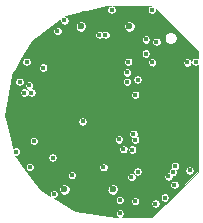
<source format=gbr>
G04 #@! TF.FileFunction,Copper,L3,Inr,Plane*
%FSLAX46Y46*%
G04 Gerber Fmt 4.6, Leading zero omitted, Abs format (unit mm)*
G04 Created by KiCad (PCBNEW 4.0.2+dfsg1-2~bpo8+1-stable) date jue 23 mar 2017 16:55:10 ART*
%MOMM*%
G01*
G04 APERTURE LIST*
%ADD10C,0.100000*%
%ADD11C,0.600000*%
%ADD12C,0.406400*%
%ADD13C,0.203200*%
%ADD14C,0.088900*%
%ADD15C,0.254000*%
%ADD16C,0.101600*%
G04 APERTURE END LIST*
D10*
D11*
X86847840Y-58704220D03*
X82747840Y-58704220D03*
X85450000Y-72500000D03*
X81350000Y-72500000D03*
D12*
X78650000Y-71200000D03*
X86950000Y-57300000D03*
X84650000Y-66999998D03*
X86842118Y-70300000D03*
X80450000Y-65900000D03*
X81750000Y-66900000D03*
X81355686Y-60900000D03*
X86850000Y-59900000D03*
X81250004Y-64200000D03*
X81450000Y-62600000D03*
X78513430Y-61300000D03*
X82570055Y-70398287D03*
X86750000Y-64100000D03*
X87150000Y-65900000D03*
X86750000Y-66200000D03*
X85450000Y-70500000D03*
X80950000Y-69807884D03*
X89686560Y-61500000D03*
X83050000Y-57600000D03*
X81950004Y-73300000D03*
X92350000Y-70527126D03*
X92050000Y-61300000D03*
X77050000Y-66600000D03*
X77213430Y-65880144D03*
X84948782Y-73300000D03*
X86350000Y-69100000D03*
X86650000Y-63400000D03*
X80350000Y-69807884D03*
X77250000Y-69300000D03*
X81349996Y-58200000D03*
X88771510Y-61743021D03*
X78150000Y-61700000D03*
X87192102Y-67800000D03*
X87350000Y-64500002D03*
X88750000Y-57300000D03*
X90713430Y-70527116D03*
X90667338Y-72112143D03*
X91950000Y-70900000D03*
X78550000Y-64300000D03*
X77949996Y-64300000D03*
X84649507Y-70624511D03*
X92450000Y-61700000D03*
X86650000Y-62599994D03*
X80750006Y-59100000D03*
X85350000Y-57300004D03*
X87087991Y-69137991D03*
X89132782Y-60007808D03*
X87550000Y-70999994D03*
X88250000Y-59800000D03*
X88239958Y-61000000D03*
X89850000Y-73200000D03*
X91750000Y-61752898D03*
X81982757Y-71306835D03*
X89050000Y-73700000D03*
X84814596Y-59423270D03*
X90150000Y-71400000D03*
X84314595Y-59423270D03*
X90528492Y-71043022D03*
X86750000Y-61700000D03*
X87550000Y-63200000D03*
X79550000Y-62200000D03*
X86050000Y-74536570D03*
X86050000Y-73400000D03*
X82893453Y-66743453D03*
X78750000Y-68400000D03*
X85963722Y-68263430D03*
X87350000Y-73499992D03*
X77549994Y-63400000D03*
X87023121Y-71457791D03*
X78359022Y-63696107D03*
X78430061Y-70604080D03*
X87350000Y-68300000D03*
X80450000Y-72900000D03*
D13*
X85905556Y-69363440D02*
X86638919Y-70096801D01*
X85756429Y-69363440D02*
X85905556Y-69363440D01*
X86638919Y-70096801D02*
X86842118Y-70300000D01*
D14*
X80750000Y-65900000D02*
X80450000Y-65900000D01*
X81750000Y-66900000D02*
X80750000Y-65900000D01*
D13*
X81450000Y-60994314D02*
X81355686Y-60900000D01*
X81450000Y-62600000D02*
X81450000Y-60994314D01*
D14*
X85850000Y-60900000D02*
X81643054Y-60900000D01*
X81643054Y-60900000D02*
X81355686Y-60900000D01*
X86850000Y-59900000D02*
X85850000Y-60900000D01*
D15*
X87994853Y-63896801D02*
X86953199Y-63896801D01*
X89978737Y-61912917D02*
X87994853Y-63896801D01*
X86953199Y-63896801D02*
X86750000Y-64100000D01*
D16*
G36*
X85148832Y-56998365D02*
X85048712Y-57098310D01*
X84994461Y-57228960D01*
X84994338Y-57370427D01*
X85048361Y-57501172D01*
X85148306Y-57601292D01*
X85278956Y-57655543D01*
X85420423Y-57655666D01*
X85551168Y-57601643D01*
X85651288Y-57501698D01*
X85705539Y-57371048D01*
X85705662Y-57229581D01*
X85651639Y-57098836D01*
X85551694Y-56998716D01*
X85440153Y-56952400D01*
X88660066Y-56952400D01*
X88548832Y-56998361D01*
X88448712Y-57098306D01*
X88394461Y-57228956D01*
X88394338Y-57370423D01*
X88448361Y-57501168D01*
X88548306Y-57601288D01*
X88678956Y-57655539D01*
X88820423Y-57655662D01*
X88951168Y-57601639D01*
X89051288Y-57501694D01*
X89105539Y-57371044D01*
X89105633Y-57262581D01*
X92647600Y-60804548D01*
X92647600Y-61397012D01*
X92521044Y-61344461D01*
X92379577Y-61344338D01*
X92248832Y-61398361D01*
X92148712Y-61498306D01*
X92094461Y-61628956D01*
X92094438Y-61655311D01*
X92051639Y-61551730D01*
X91951694Y-61451610D01*
X91821044Y-61397359D01*
X91679577Y-61397236D01*
X91548832Y-61451259D01*
X91448712Y-61551204D01*
X91394461Y-61681854D01*
X91394338Y-61823321D01*
X91448361Y-61954066D01*
X91548306Y-62054186D01*
X91678956Y-62108437D01*
X91820423Y-62108560D01*
X91951168Y-62054537D01*
X92051288Y-61954592D01*
X92105539Y-61823942D01*
X92105562Y-61797587D01*
X92148361Y-61901168D01*
X92248306Y-62001288D01*
X92378956Y-62055539D01*
X92520423Y-62055662D01*
X92647600Y-62003113D01*
X92647600Y-70995452D01*
X88795452Y-74847600D01*
X86228440Y-74847600D01*
X86251168Y-74838209D01*
X86351288Y-74738264D01*
X86405539Y-74607614D01*
X86405662Y-74466147D01*
X86351639Y-74335402D01*
X86251694Y-74235282D01*
X86121044Y-74181031D01*
X85979577Y-74180908D01*
X85848832Y-74234931D01*
X85748712Y-74334876D01*
X85694461Y-74465526D01*
X85694338Y-74606993D01*
X85748361Y-74737738D01*
X85848306Y-74837858D01*
X85871767Y-74847600D01*
X85719337Y-74847600D01*
X82236926Y-74310957D01*
X80852339Y-73470423D01*
X85694338Y-73470423D01*
X85748361Y-73601168D01*
X85848306Y-73701288D01*
X85978956Y-73755539D01*
X86120423Y-73755662D01*
X86251168Y-73701639D01*
X86351288Y-73601694D01*
X86364276Y-73570415D01*
X86994338Y-73570415D01*
X87048361Y-73701160D01*
X87148306Y-73801280D01*
X87278956Y-73855531D01*
X87420423Y-73855654D01*
X87551168Y-73801631D01*
X87582430Y-73770423D01*
X88694338Y-73770423D01*
X88748361Y-73901168D01*
X88848306Y-74001288D01*
X88978956Y-74055539D01*
X89120423Y-74055662D01*
X89251168Y-74001639D01*
X89351288Y-73901694D01*
X89405539Y-73771044D01*
X89405662Y-73629577D01*
X89351639Y-73498832D01*
X89251694Y-73398712D01*
X89121044Y-73344461D01*
X88979577Y-73344338D01*
X88848832Y-73398361D01*
X88748712Y-73498306D01*
X88694461Y-73628956D01*
X88694338Y-73770423D01*
X87582430Y-73770423D01*
X87651288Y-73701686D01*
X87705539Y-73571036D01*
X87705662Y-73429569D01*
X87651639Y-73298824D01*
X87623288Y-73270423D01*
X89494338Y-73270423D01*
X89548361Y-73401168D01*
X89648306Y-73501288D01*
X89778956Y-73555539D01*
X89920423Y-73555662D01*
X90051168Y-73501639D01*
X90151288Y-73401694D01*
X90205539Y-73271044D01*
X90205662Y-73129577D01*
X90151639Y-72998832D01*
X90051694Y-72898712D01*
X89921044Y-72844461D01*
X89779577Y-72844338D01*
X89648832Y-72898361D01*
X89548712Y-72998306D01*
X89494461Y-73128956D01*
X89494338Y-73270423D01*
X87623288Y-73270423D01*
X87551694Y-73198704D01*
X87421044Y-73144453D01*
X87279577Y-73144330D01*
X87148832Y-73198353D01*
X87048712Y-73298298D01*
X86994461Y-73428948D01*
X86994338Y-73570415D01*
X86364276Y-73570415D01*
X86405539Y-73471044D01*
X86405662Y-73329577D01*
X86351639Y-73198832D01*
X86251694Y-73098712D01*
X86121044Y-73044461D01*
X85979577Y-73044338D01*
X85848832Y-73098361D01*
X85748712Y-73198306D01*
X85694461Y-73328956D01*
X85694338Y-73470423D01*
X80852339Y-73470423D01*
X80498538Y-73255643D01*
X80520423Y-73255662D01*
X80651168Y-73201639D01*
X80751288Y-73101694D01*
X80805539Y-72971044D01*
X80805662Y-72829577D01*
X80751639Y-72698832D01*
X80651694Y-72598712D01*
X80629734Y-72589593D01*
X80897522Y-72589593D01*
X80966250Y-72755929D01*
X81093401Y-72883302D01*
X81259617Y-72952321D01*
X81439593Y-72952478D01*
X81605929Y-72883750D01*
X81733302Y-72756599D01*
X81802321Y-72590383D01*
X81802321Y-72589593D01*
X84997522Y-72589593D01*
X85066250Y-72755929D01*
X85193401Y-72883302D01*
X85359617Y-72952321D01*
X85539593Y-72952478D01*
X85705929Y-72883750D01*
X85833302Y-72756599D01*
X85902321Y-72590383D01*
X85902478Y-72410407D01*
X85833750Y-72244071D01*
X85772353Y-72182566D01*
X90311676Y-72182566D01*
X90365699Y-72313311D01*
X90465644Y-72413431D01*
X90596294Y-72467682D01*
X90737761Y-72467805D01*
X90868506Y-72413782D01*
X90968626Y-72313837D01*
X91022877Y-72183187D01*
X91023000Y-72041720D01*
X90968977Y-71910975D01*
X90869032Y-71810855D01*
X90738382Y-71756604D01*
X90596915Y-71756481D01*
X90466170Y-71810504D01*
X90366050Y-71910449D01*
X90311799Y-72041099D01*
X90311676Y-72182566D01*
X85772353Y-72182566D01*
X85706599Y-72116698D01*
X85540383Y-72047679D01*
X85360407Y-72047522D01*
X85194071Y-72116250D01*
X85066698Y-72243401D01*
X84997679Y-72409617D01*
X84997522Y-72589593D01*
X81802321Y-72589593D01*
X81802478Y-72410407D01*
X81733750Y-72244071D01*
X81606599Y-72116698D01*
X81440383Y-72047679D01*
X81260407Y-72047522D01*
X81094071Y-72116250D01*
X80966698Y-72243401D01*
X80897679Y-72409617D01*
X80897522Y-72589593D01*
X80629734Y-72589593D01*
X80521044Y-72544461D01*
X80379577Y-72544338D01*
X80248832Y-72598361D01*
X80148712Y-72698306D01*
X80094461Y-72828956D01*
X80094338Y-72970423D01*
X80116314Y-73023608D01*
X79251354Y-72498522D01*
X78429524Y-71377258D01*
X81627095Y-71377258D01*
X81681118Y-71508003D01*
X81781063Y-71608123D01*
X81911713Y-71662374D01*
X82053180Y-71662497D01*
X82183925Y-71608474D01*
X82264325Y-71528214D01*
X86667459Y-71528214D01*
X86721482Y-71658959D01*
X86821427Y-71759079D01*
X86952077Y-71813330D01*
X87093544Y-71813453D01*
X87224289Y-71759430D01*
X87324409Y-71659485D01*
X87378660Y-71528835D01*
X87378710Y-71470423D01*
X89794338Y-71470423D01*
X89848361Y-71601168D01*
X89948306Y-71701288D01*
X90078956Y-71755539D01*
X90220423Y-71755662D01*
X90351168Y-71701639D01*
X90451288Y-71601694D01*
X90505539Y-71471044D01*
X90505602Y-71398603D01*
X90598915Y-71398684D01*
X90729660Y-71344661D01*
X90829780Y-71244716D01*
X90884031Y-71114066D01*
X90884154Y-70972599D01*
X90883255Y-70970423D01*
X91594338Y-70970423D01*
X91648361Y-71101168D01*
X91748306Y-71201288D01*
X91878956Y-71255539D01*
X92020423Y-71255662D01*
X92151168Y-71201639D01*
X92251288Y-71101694D01*
X92305539Y-70971044D01*
X92305662Y-70829577D01*
X92251639Y-70698832D01*
X92151694Y-70598712D01*
X92021044Y-70544461D01*
X91879577Y-70544338D01*
X91748832Y-70598361D01*
X91648712Y-70698306D01*
X91594461Y-70828956D01*
X91594338Y-70970423D01*
X90883255Y-70970423D01*
X90837826Y-70860477D01*
X90914598Y-70828755D01*
X91014718Y-70728810D01*
X91068969Y-70598160D01*
X91069092Y-70456693D01*
X91015069Y-70325948D01*
X90915124Y-70225828D01*
X90784474Y-70171577D01*
X90643007Y-70171454D01*
X90512262Y-70225477D01*
X90412142Y-70325422D01*
X90357891Y-70456072D01*
X90357768Y-70597539D01*
X90404096Y-70709661D01*
X90327324Y-70741383D01*
X90227204Y-70841328D01*
X90172953Y-70971978D01*
X90172890Y-71044419D01*
X90079577Y-71044338D01*
X89948832Y-71098361D01*
X89848712Y-71198306D01*
X89794461Y-71328956D01*
X89794338Y-71470423D01*
X87378710Y-71470423D01*
X87378783Y-71387368D01*
X87339616Y-71292577D01*
X87348306Y-71301282D01*
X87478956Y-71355533D01*
X87620423Y-71355656D01*
X87751168Y-71301633D01*
X87851288Y-71201688D01*
X87905539Y-71071038D01*
X87905662Y-70929571D01*
X87851639Y-70798826D01*
X87751694Y-70698706D01*
X87621044Y-70644455D01*
X87479577Y-70644332D01*
X87348832Y-70698355D01*
X87248712Y-70798300D01*
X87194461Y-70928950D01*
X87194338Y-71070417D01*
X87233505Y-71165208D01*
X87224815Y-71156503D01*
X87094165Y-71102252D01*
X86952698Y-71102129D01*
X86821953Y-71156152D01*
X86721833Y-71256097D01*
X86667582Y-71386747D01*
X86667459Y-71528214D01*
X82264325Y-71528214D01*
X82284045Y-71508529D01*
X82338296Y-71377879D01*
X82338419Y-71236412D01*
X82284396Y-71105667D01*
X82184451Y-71005547D01*
X82053801Y-70951296D01*
X81912334Y-70951173D01*
X81781589Y-71005196D01*
X81681469Y-71105141D01*
X81627218Y-71235791D01*
X81627095Y-71377258D01*
X78429524Y-71377258D01*
X77914440Y-70674503D01*
X78074399Y-70674503D01*
X78128422Y-70805248D01*
X78228367Y-70905368D01*
X78359017Y-70959619D01*
X78500484Y-70959742D01*
X78631229Y-70905719D01*
X78731349Y-70805774D01*
X78777374Y-70694934D01*
X84293845Y-70694934D01*
X84347868Y-70825679D01*
X84447813Y-70925799D01*
X84578463Y-70980050D01*
X84719930Y-70980173D01*
X84850675Y-70926150D01*
X84950795Y-70826205D01*
X85005046Y-70695555D01*
X85005169Y-70554088D01*
X84951146Y-70423343D01*
X84851201Y-70323223D01*
X84720551Y-70268972D01*
X84579084Y-70268849D01*
X84448339Y-70322872D01*
X84348219Y-70422817D01*
X84293968Y-70553467D01*
X84293845Y-70694934D01*
X78777374Y-70694934D01*
X78785600Y-70675124D01*
X78785723Y-70533657D01*
X78731700Y-70402912D01*
X78631755Y-70302792D01*
X78501105Y-70248541D01*
X78359638Y-70248418D01*
X78228893Y-70302441D01*
X78128773Y-70402386D01*
X78074522Y-70533036D01*
X78074399Y-70674503D01*
X77914440Y-70674503D01*
X77330869Y-69878307D01*
X79994338Y-69878307D01*
X80048361Y-70009052D01*
X80148306Y-70109172D01*
X80278956Y-70163423D01*
X80420423Y-70163546D01*
X80551168Y-70109523D01*
X80651288Y-70009578D01*
X80705539Y-69878928D01*
X80705662Y-69737461D01*
X80651639Y-69606716D01*
X80551694Y-69506596D01*
X80421044Y-69452345D01*
X80279577Y-69452222D01*
X80148832Y-69506245D01*
X80048712Y-69606190D01*
X79994461Y-69736840D01*
X79994338Y-69878307D01*
X77330869Y-69878307D01*
X77186636Y-69681524D01*
X77180283Y-69655540D01*
X77320423Y-69655662D01*
X77451168Y-69601639D01*
X77551288Y-69501694D01*
X77605539Y-69371044D01*
X77605662Y-69229577D01*
X77581220Y-69170423D01*
X85994338Y-69170423D01*
X86048361Y-69301168D01*
X86148306Y-69401288D01*
X86278956Y-69455539D01*
X86420423Y-69455662D01*
X86551168Y-69401639D01*
X86651288Y-69301694D01*
X86690021Y-69208414D01*
X86732329Y-69208414D01*
X86786352Y-69339159D01*
X86886297Y-69439279D01*
X87016947Y-69493530D01*
X87158414Y-69493653D01*
X87289159Y-69439630D01*
X87389279Y-69339685D01*
X87443530Y-69209035D01*
X87443653Y-69067568D01*
X87389630Y-68936823D01*
X87289685Y-68836703D01*
X87159035Y-68782452D01*
X87017568Y-68782329D01*
X86886823Y-68836352D01*
X86786703Y-68936297D01*
X86732452Y-69066947D01*
X86732329Y-69208414D01*
X86690021Y-69208414D01*
X86705539Y-69171044D01*
X86705662Y-69029577D01*
X86651639Y-68898832D01*
X86551694Y-68798712D01*
X86421044Y-68744461D01*
X86279577Y-68744338D01*
X86148832Y-68798361D01*
X86048712Y-68898306D01*
X85994461Y-69028956D01*
X85994338Y-69170423D01*
X77581220Y-69170423D01*
X77551639Y-69098832D01*
X77451694Y-68998712D01*
X77321044Y-68944461D01*
X77179577Y-68944338D01*
X77048832Y-68998361D01*
X77025334Y-69021818D01*
X76890516Y-68470423D01*
X78394338Y-68470423D01*
X78448361Y-68601168D01*
X78548306Y-68701288D01*
X78678956Y-68755539D01*
X78820423Y-68755662D01*
X78951168Y-68701639D01*
X79051288Y-68601694D01*
X79105539Y-68471044D01*
X79105658Y-68333853D01*
X85608060Y-68333853D01*
X85662083Y-68464598D01*
X85762028Y-68564718D01*
X85892678Y-68618969D01*
X86034145Y-68619092D01*
X86164890Y-68565069D01*
X86265010Y-68465124D01*
X86319261Y-68334474D01*
X86319384Y-68193007D01*
X86265361Y-68062262D01*
X86165416Y-67962142D01*
X86034766Y-67907891D01*
X85893299Y-67907768D01*
X85762554Y-67961791D01*
X85662434Y-68061736D01*
X85608183Y-68192386D01*
X85608060Y-68333853D01*
X79105658Y-68333853D01*
X79105662Y-68329577D01*
X79051639Y-68198832D01*
X78951694Y-68098712D01*
X78821044Y-68044461D01*
X78679577Y-68044338D01*
X78548832Y-68098361D01*
X78448712Y-68198306D01*
X78394461Y-68328956D01*
X78394338Y-68470423D01*
X76890516Y-68470423D01*
X76743814Y-67870423D01*
X86836440Y-67870423D01*
X86890463Y-68001168D01*
X86990408Y-68101288D01*
X87039081Y-68121499D01*
X86994461Y-68228956D01*
X86994338Y-68370423D01*
X87048361Y-68501168D01*
X87148306Y-68601288D01*
X87278956Y-68655539D01*
X87420423Y-68655662D01*
X87551168Y-68601639D01*
X87651288Y-68501694D01*
X87705539Y-68371044D01*
X87705662Y-68229577D01*
X87651639Y-68098832D01*
X87551694Y-67998712D01*
X87503021Y-67978501D01*
X87547641Y-67871044D01*
X87547764Y-67729577D01*
X87493741Y-67598832D01*
X87393796Y-67498712D01*
X87263146Y-67444461D01*
X87121679Y-67444338D01*
X86990934Y-67498361D01*
X86890814Y-67598306D01*
X86836563Y-67728956D01*
X86836440Y-67870423D01*
X76743814Y-67870423D01*
X76485482Y-66813876D01*
X82537791Y-66813876D01*
X82591814Y-66944621D01*
X82691759Y-67044741D01*
X82822409Y-67098992D01*
X82963876Y-67099115D01*
X83094621Y-67045092D01*
X83194741Y-66945147D01*
X83248992Y-66814497D01*
X83249115Y-66673030D01*
X83195092Y-66542285D01*
X83095147Y-66442165D01*
X82964497Y-66387914D01*
X82823030Y-66387791D01*
X82692285Y-66441814D01*
X82592165Y-66541759D01*
X82537914Y-66672409D01*
X82537791Y-66813876D01*
X76485482Y-66813876D01*
X76357102Y-66288820D01*
X76652729Y-64370423D01*
X77594334Y-64370423D01*
X77648357Y-64501168D01*
X77748302Y-64601288D01*
X77878952Y-64655539D01*
X78020419Y-64655662D01*
X78151164Y-64601639D01*
X78250083Y-64502893D01*
X78348306Y-64601288D01*
X78478956Y-64655539D01*
X78620423Y-64655662D01*
X78751168Y-64601639D01*
X78782436Y-64570425D01*
X86994338Y-64570425D01*
X87048361Y-64701170D01*
X87148306Y-64801290D01*
X87278956Y-64855541D01*
X87420423Y-64855664D01*
X87551168Y-64801641D01*
X87651288Y-64701696D01*
X87705539Y-64571046D01*
X87705662Y-64429579D01*
X87651639Y-64298834D01*
X87551694Y-64198714D01*
X87421044Y-64144463D01*
X87279577Y-64144340D01*
X87148832Y-64198363D01*
X87048712Y-64298308D01*
X86994461Y-64428958D01*
X86994338Y-64570425D01*
X78782436Y-64570425D01*
X78851288Y-64501694D01*
X78905539Y-64371044D01*
X78905662Y-64229577D01*
X78851639Y-64098832D01*
X78751694Y-63998712D01*
X78621044Y-63944461D01*
X78613575Y-63944455D01*
X78660310Y-63897801D01*
X78714561Y-63767151D01*
X78714684Y-63625684D01*
X78660661Y-63494939D01*
X78636188Y-63470423D01*
X86294338Y-63470423D01*
X86348361Y-63601168D01*
X86448306Y-63701288D01*
X86578956Y-63755539D01*
X86720423Y-63755662D01*
X86851168Y-63701639D01*
X86951288Y-63601694D01*
X87005539Y-63471044D01*
X87005662Y-63329577D01*
X86981220Y-63270423D01*
X87194338Y-63270423D01*
X87248361Y-63401168D01*
X87348306Y-63501288D01*
X87478956Y-63555539D01*
X87620423Y-63555662D01*
X87751168Y-63501639D01*
X87851288Y-63401694D01*
X87905539Y-63271044D01*
X87905662Y-63129577D01*
X87851639Y-62998832D01*
X87751694Y-62898712D01*
X87621044Y-62844461D01*
X87479577Y-62844338D01*
X87348832Y-62898361D01*
X87248712Y-62998306D01*
X87194461Y-63128956D01*
X87194338Y-63270423D01*
X86981220Y-63270423D01*
X86951639Y-63198832D01*
X86851694Y-63098712D01*
X86721044Y-63044461D01*
X86579577Y-63044338D01*
X86448832Y-63098361D01*
X86348712Y-63198306D01*
X86294461Y-63328956D01*
X86294338Y-63470423D01*
X78636188Y-63470423D01*
X78560716Y-63394819D01*
X78430066Y-63340568D01*
X78288599Y-63340445D01*
X78157854Y-63394468D01*
X78057734Y-63494413D01*
X78003483Y-63625063D01*
X78003360Y-63766530D01*
X78057383Y-63897275D01*
X78157328Y-63997395D01*
X78287978Y-64051646D01*
X78295447Y-64051652D01*
X78249913Y-64097107D01*
X78151690Y-63998712D01*
X78021040Y-63944461D01*
X77879573Y-63944338D01*
X77748828Y-63998361D01*
X77648708Y-64098306D01*
X77594457Y-64228956D01*
X77594334Y-64370423D01*
X76652729Y-64370423D01*
X76791420Y-63470423D01*
X77194332Y-63470423D01*
X77248355Y-63601168D01*
X77348300Y-63701288D01*
X77478950Y-63755539D01*
X77620417Y-63755662D01*
X77751162Y-63701639D01*
X77851282Y-63601694D01*
X77905533Y-63471044D01*
X77905656Y-63329577D01*
X77851633Y-63198832D01*
X77751688Y-63098712D01*
X77621038Y-63044461D01*
X77479571Y-63044338D01*
X77348826Y-63098361D01*
X77248706Y-63198306D01*
X77194455Y-63328956D01*
X77194332Y-63470423D01*
X76791420Y-63470423D01*
X76889043Y-62836927D01*
X76990125Y-62670417D01*
X86294338Y-62670417D01*
X86348361Y-62801162D01*
X86448306Y-62901282D01*
X86578956Y-62955533D01*
X86720423Y-62955656D01*
X86851168Y-62901633D01*
X86951288Y-62801688D01*
X87005539Y-62671038D01*
X87005662Y-62529571D01*
X86951639Y-62398826D01*
X86851694Y-62298706D01*
X86721044Y-62244455D01*
X86579577Y-62244332D01*
X86448832Y-62298355D01*
X86348712Y-62398300D01*
X86294461Y-62528950D01*
X86294338Y-62670417D01*
X76990125Y-62670417D01*
X77232947Y-62270423D01*
X79194338Y-62270423D01*
X79248361Y-62401168D01*
X79348306Y-62501288D01*
X79478956Y-62555539D01*
X79620423Y-62555662D01*
X79751168Y-62501639D01*
X79851288Y-62401694D01*
X79905539Y-62271044D01*
X79905662Y-62129577D01*
X79851639Y-61998832D01*
X79751694Y-61898712D01*
X79621044Y-61844461D01*
X79479577Y-61844338D01*
X79348832Y-61898361D01*
X79248712Y-61998306D01*
X79194461Y-62128956D01*
X79194338Y-62270423D01*
X77232947Y-62270423D01*
X77536479Y-61770423D01*
X77794338Y-61770423D01*
X77848361Y-61901168D01*
X77948306Y-62001288D01*
X78078956Y-62055539D01*
X78220423Y-62055662D01*
X78351168Y-62001639D01*
X78451288Y-61901694D01*
X78505539Y-61771044D01*
X78505539Y-61770423D01*
X86394338Y-61770423D01*
X86448361Y-61901168D01*
X86548306Y-62001288D01*
X86678956Y-62055539D01*
X86820423Y-62055662D01*
X86951168Y-62001639D01*
X87051288Y-61901694D01*
X87087932Y-61813444D01*
X88415848Y-61813444D01*
X88469871Y-61944189D01*
X88569816Y-62044309D01*
X88700466Y-62098560D01*
X88841933Y-62098683D01*
X88972678Y-62044660D01*
X89072798Y-61944715D01*
X89127049Y-61814065D01*
X89127172Y-61672598D01*
X89073149Y-61541853D01*
X88973204Y-61441733D01*
X88842554Y-61387482D01*
X88701087Y-61387359D01*
X88570342Y-61441382D01*
X88470222Y-61541327D01*
X88415971Y-61671977D01*
X88415848Y-61813444D01*
X87087932Y-61813444D01*
X87105539Y-61771044D01*
X87105662Y-61629577D01*
X87051639Y-61498832D01*
X86951694Y-61398712D01*
X86821044Y-61344461D01*
X86679577Y-61344338D01*
X86548832Y-61398361D01*
X86448712Y-61498306D01*
X86394461Y-61628956D01*
X86394338Y-61770423D01*
X78505539Y-61770423D01*
X78505662Y-61629577D01*
X78451639Y-61498832D01*
X78351694Y-61398712D01*
X78221044Y-61344461D01*
X78079577Y-61344338D01*
X77948832Y-61398361D01*
X77848712Y-61498306D01*
X77794461Y-61628956D01*
X77794338Y-61770423D01*
X77536479Y-61770423D01*
X77961424Y-61070423D01*
X87884296Y-61070423D01*
X87938319Y-61201168D01*
X88038264Y-61301288D01*
X88168914Y-61355539D01*
X88310381Y-61355662D01*
X88441126Y-61301639D01*
X88541246Y-61201694D01*
X88595497Y-61071044D01*
X88595620Y-60929577D01*
X88541597Y-60798832D01*
X88441652Y-60698712D01*
X88311002Y-60644461D01*
X88169535Y-60644338D01*
X88038790Y-60698361D01*
X87938670Y-60798306D01*
X87884419Y-60928956D01*
X87884296Y-61070423D01*
X77961424Y-61070423D01*
X78689901Y-59870423D01*
X87894338Y-59870423D01*
X87948361Y-60001168D01*
X88048306Y-60101288D01*
X88178956Y-60155539D01*
X88320423Y-60155662D01*
X88451168Y-60101639D01*
X88474616Y-60078231D01*
X88777120Y-60078231D01*
X88831143Y-60208976D01*
X88931088Y-60309096D01*
X89061738Y-60363347D01*
X89203205Y-60363470D01*
X89333950Y-60309447D01*
X89434070Y-60209502D01*
X89488321Y-60078852D01*
X89488444Y-59937385D01*
X89434421Y-59806640D01*
X89434310Y-59806528D01*
X89824591Y-59806528D01*
X89904714Y-60000440D01*
X90052944Y-60148929D01*
X90246715Y-60229390D01*
X90456528Y-60229573D01*
X90650440Y-60149450D01*
X90798929Y-60001220D01*
X90879390Y-59807449D01*
X90879573Y-59597636D01*
X90799450Y-59403724D01*
X90651220Y-59255235D01*
X90457449Y-59174774D01*
X90247636Y-59174591D01*
X90053724Y-59254714D01*
X89905235Y-59402944D01*
X89824774Y-59596715D01*
X89824591Y-59806528D01*
X89434310Y-59806528D01*
X89334476Y-59706520D01*
X89203826Y-59652269D01*
X89062359Y-59652146D01*
X88931614Y-59706169D01*
X88831494Y-59806114D01*
X88777243Y-59936764D01*
X88777120Y-60078231D01*
X88474616Y-60078231D01*
X88551288Y-60001694D01*
X88605539Y-59871044D01*
X88605662Y-59729577D01*
X88551639Y-59598832D01*
X88451694Y-59498712D01*
X88321044Y-59444461D01*
X88179577Y-59444338D01*
X88048832Y-59498361D01*
X87948712Y-59598306D01*
X87894461Y-59728956D01*
X87894338Y-59870423D01*
X78689901Y-59870423D01*
X78701478Y-59851354D01*
X79189452Y-59493693D01*
X83958933Y-59493693D01*
X84012956Y-59624438D01*
X84112901Y-59724558D01*
X84243551Y-59778809D01*
X84385018Y-59778932D01*
X84515763Y-59724909D01*
X84564593Y-59676164D01*
X84612902Y-59724558D01*
X84743552Y-59778809D01*
X84885019Y-59778932D01*
X85015764Y-59724909D01*
X85115884Y-59624964D01*
X85170135Y-59494314D01*
X85170258Y-59352847D01*
X85116235Y-59222102D01*
X85016290Y-59121982D01*
X84885640Y-59067731D01*
X84744173Y-59067608D01*
X84613428Y-59121631D01*
X84564598Y-59170376D01*
X84516289Y-59121982D01*
X84385639Y-59067731D01*
X84244172Y-59067608D01*
X84113427Y-59121631D01*
X84013307Y-59221576D01*
X83959056Y-59352226D01*
X83958933Y-59493693D01*
X79189452Y-59493693D01*
X79630506Y-59170423D01*
X80394344Y-59170423D01*
X80448367Y-59301168D01*
X80548312Y-59401288D01*
X80678962Y-59455539D01*
X80820429Y-59455662D01*
X80951174Y-59401639D01*
X81051294Y-59301694D01*
X81105545Y-59171044D01*
X81105668Y-59029577D01*
X81051645Y-58898832D01*
X80951700Y-58798712D01*
X80939902Y-58793813D01*
X82295362Y-58793813D01*
X82364090Y-58960149D01*
X82491241Y-59087522D01*
X82657457Y-59156541D01*
X82837433Y-59156698D01*
X83003769Y-59087970D01*
X83131142Y-58960819D01*
X83200161Y-58794603D01*
X83200161Y-58793813D01*
X86395362Y-58793813D01*
X86464090Y-58960149D01*
X86591241Y-59087522D01*
X86757457Y-59156541D01*
X86937433Y-59156698D01*
X87103769Y-59087970D01*
X87231142Y-58960819D01*
X87300161Y-58794603D01*
X87300318Y-58614627D01*
X87231590Y-58448291D01*
X87104439Y-58320918D01*
X86938223Y-58251899D01*
X86758247Y-58251742D01*
X86591911Y-58320470D01*
X86464538Y-58447621D01*
X86395519Y-58613837D01*
X86395362Y-58793813D01*
X83200161Y-58793813D01*
X83200318Y-58614627D01*
X83131590Y-58448291D01*
X83004439Y-58320918D01*
X82838223Y-58251899D01*
X82658247Y-58251742D01*
X82491911Y-58320470D01*
X82364538Y-58447621D01*
X82295519Y-58613837D01*
X82295362Y-58793813D01*
X80939902Y-58793813D01*
X80821050Y-58744461D01*
X80679583Y-58744338D01*
X80548838Y-58798361D01*
X80448718Y-58898306D01*
X80394467Y-59028956D01*
X80394344Y-59170423D01*
X79630506Y-59170423D01*
X80994421Y-58170742D01*
X80994334Y-58270423D01*
X81048357Y-58401168D01*
X81148302Y-58501288D01*
X81278952Y-58555539D01*
X81420419Y-58555662D01*
X81551164Y-58501639D01*
X81651284Y-58401694D01*
X81705535Y-58271044D01*
X81705658Y-58129577D01*
X81651635Y-57998832D01*
X81551690Y-57898712D01*
X81432877Y-57849376D01*
X81518476Y-57786636D01*
X84930410Y-56952400D01*
X85260075Y-56952400D01*
X85148832Y-56998365D01*
X85148832Y-56998365D01*
G37*
X85148832Y-56998365D02*
X85048712Y-57098310D01*
X84994461Y-57228960D01*
X84994338Y-57370427D01*
X85048361Y-57501172D01*
X85148306Y-57601292D01*
X85278956Y-57655543D01*
X85420423Y-57655666D01*
X85551168Y-57601643D01*
X85651288Y-57501698D01*
X85705539Y-57371048D01*
X85705662Y-57229581D01*
X85651639Y-57098836D01*
X85551694Y-56998716D01*
X85440153Y-56952400D01*
X88660066Y-56952400D01*
X88548832Y-56998361D01*
X88448712Y-57098306D01*
X88394461Y-57228956D01*
X88394338Y-57370423D01*
X88448361Y-57501168D01*
X88548306Y-57601288D01*
X88678956Y-57655539D01*
X88820423Y-57655662D01*
X88951168Y-57601639D01*
X89051288Y-57501694D01*
X89105539Y-57371044D01*
X89105633Y-57262581D01*
X92647600Y-60804548D01*
X92647600Y-61397012D01*
X92521044Y-61344461D01*
X92379577Y-61344338D01*
X92248832Y-61398361D01*
X92148712Y-61498306D01*
X92094461Y-61628956D01*
X92094438Y-61655311D01*
X92051639Y-61551730D01*
X91951694Y-61451610D01*
X91821044Y-61397359D01*
X91679577Y-61397236D01*
X91548832Y-61451259D01*
X91448712Y-61551204D01*
X91394461Y-61681854D01*
X91394338Y-61823321D01*
X91448361Y-61954066D01*
X91548306Y-62054186D01*
X91678956Y-62108437D01*
X91820423Y-62108560D01*
X91951168Y-62054537D01*
X92051288Y-61954592D01*
X92105539Y-61823942D01*
X92105562Y-61797587D01*
X92148361Y-61901168D01*
X92248306Y-62001288D01*
X92378956Y-62055539D01*
X92520423Y-62055662D01*
X92647600Y-62003113D01*
X92647600Y-70995452D01*
X88795452Y-74847600D01*
X86228440Y-74847600D01*
X86251168Y-74838209D01*
X86351288Y-74738264D01*
X86405539Y-74607614D01*
X86405662Y-74466147D01*
X86351639Y-74335402D01*
X86251694Y-74235282D01*
X86121044Y-74181031D01*
X85979577Y-74180908D01*
X85848832Y-74234931D01*
X85748712Y-74334876D01*
X85694461Y-74465526D01*
X85694338Y-74606993D01*
X85748361Y-74737738D01*
X85848306Y-74837858D01*
X85871767Y-74847600D01*
X85719337Y-74847600D01*
X82236926Y-74310957D01*
X80852339Y-73470423D01*
X85694338Y-73470423D01*
X85748361Y-73601168D01*
X85848306Y-73701288D01*
X85978956Y-73755539D01*
X86120423Y-73755662D01*
X86251168Y-73701639D01*
X86351288Y-73601694D01*
X86364276Y-73570415D01*
X86994338Y-73570415D01*
X87048361Y-73701160D01*
X87148306Y-73801280D01*
X87278956Y-73855531D01*
X87420423Y-73855654D01*
X87551168Y-73801631D01*
X87582430Y-73770423D01*
X88694338Y-73770423D01*
X88748361Y-73901168D01*
X88848306Y-74001288D01*
X88978956Y-74055539D01*
X89120423Y-74055662D01*
X89251168Y-74001639D01*
X89351288Y-73901694D01*
X89405539Y-73771044D01*
X89405662Y-73629577D01*
X89351639Y-73498832D01*
X89251694Y-73398712D01*
X89121044Y-73344461D01*
X88979577Y-73344338D01*
X88848832Y-73398361D01*
X88748712Y-73498306D01*
X88694461Y-73628956D01*
X88694338Y-73770423D01*
X87582430Y-73770423D01*
X87651288Y-73701686D01*
X87705539Y-73571036D01*
X87705662Y-73429569D01*
X87651639Y-73298824D01*
X87623288Y-73270423D01*
X89494338Y-73270423D01*
X89548361Y-73401168D01*
X89648306Y-73501288D01*
X89778956Y-73555539D01*
X89920423Y-73555662D01*
X90051168Y-73501639D01*
X90151288Y-73401694D01*
X90205539Y-73271044D01*
X90205662Y-73129577D01*
X90151639Y-72998832D01*
X90051694Y-72898712D01*
X89921044Y-72844461D01*
X89779577Y-72844338D01*
X89648832Y-72898361D01*
X89548712Y-72998306D01*
X89494461Y-73128956D01*
X89494338Y-73270423D01*
X87623288Y-73270423D01*
X87551694Y-73198704D01*
X87421044Y-73144453D01*
X87279577Y-73144330D01*
X87148832Y-73198353D01*
X87048712Y-73298298D01*
X86994461Y-73428948D01*
X86994338Y-73570415D01*
X86364276Y-73570415D01*
X86405539Y-73471044D01*
X86405662Y-73329577D01*
X86351639Y-73198832D01*
X86251694Y-73098712D01*
X86121044Y-73044461D01*
X85979577Y-73044338D01*
X85848832Y-73098361D01*
X85748712Y-73198306D01*
X85694461Y-73328956D01*
X85694338Y-73470423D01*
X80852339Y-73470423D01*
X80498538Y-73255643D01*
X80520423Y-73255662D01*
X80651168Y-73201639D01*
X80751288Y-73101694D01*
X80805539Y-72971044D01*
X80805662Y-72829577D01*
X80751639Y-72698832D01*
X80651694Y-72598712D01*
X80629734Y-72589593D01*
X80897522Y-72589593D01*
X80966250Y-72755929D01*
X81093401Y-72883302D01*
X81259617Y-72952321D01*
X81439593Y-72952478D01*
X81605929Y-72883750D01*
X81733302Y-72756599D01*
X81802321Y-72590383D01*
X81802321Y-72589593D01*
X84997522Y-72589593D01*
X85066250Y-72755929D01*
X85193401Y-72883302D01*
X85359617Y-72952321D01*
X85539593Y-72952478D01*
X85705929Y-72883750D01*
X85833302Y-72756599D01*
X85902321Y-72590383D01*
X85902478Y-72410407D01*
X85833750Y-72244071D01*
X85772353Y-72182566D01*
X90311676Y-72182566D01*
X90365699Y-72313311D01*
X90465644Y-72413431D01*
X90596294Y-72467682D01*
X90737761Y-72467805D01*
X90868506Y-72413782D01*
X90968626Y-72313837D01*
X91022877Y-72183187D01*
X91023000Y-72041720D01*
X90968977Y-71910975D01*
X90869032Y-71810855D01*
X90738382Y-71756604D01*
X90596915Y-71756481D01*
X90466170Y-71810504D01*
X90366050Y-71910449D01*
X90311799Y-72041099D01*
X90311676Y-72182566D01*
X85772353Y-72182566D01*
X85706599Y-72116698D01*
X85540383Y-72047679D01*
X85360407Y-72047522D01*
X85194071Y-72116250D01*
X85066698Y-72243401D01*
X84997679Y-72409617D01*
X84997522Y-72589593D01*
X81802321Y-72589593D01*
X81802478Y-72410407D01*
X81733750Y-72244071D01*
X81606599Y-72116698D01*
X81440383Y-72047679D01*
X81260407Y-72047522D01*
X81094071Y-72116250D01*
X80966698Y-72243401D01*
X80897679Y-72409617D01*
X80897522Y-72589593D01*
X80629734Y-72589593D01*
X80521044Y-72544461D01*
X80379577Y-72544338D01*
X80248832Y-72598361D01*
X80148712Y-72698306D01*
X80094461Y-72828956D01*
X80094338Y-72970423D01*
X80116314Y-73023608D01*
X79251354Y-72498522D01*
X78429524Y-71377258D01*
X81627095Y-71377258D01*
X81681118Y-71508003D01*
X81781063Y-71608123D01*
X81911713Y-71662374D01*
X82053180Y-71662497D01*
X82183925Y-71608474D01*
X82264325Y-71528214D01*
X86667459Y-71528214D01*
X86721482Y-71658959D01*
X86821427Y-71759079D01*
X86952077Y-71813330D01*
X87093544Y-71813453D01*
X87224289Y-71759430D01*
X87324409Y-71659485D01*
X87378660Y-71528835D01*
X87378710Y-71470423D01*
X89794338Y-71470423D01*
X89848361Y-71601168D01*
X89948306Y-71701288D01*
X90078956Y-71755539D01*
X90220423Y-71755662D01*
X90351168Y-71701639D01*
X90451288Y-71601694D01*
X90505539Y-71471044D01*
X90505602Y-71398603D01*
X90598915Y-71398684D01*
X90729660Y-71344661D01*
X90829780Y-71244716D01*
X90884031Y-71114066D01*
X90884154Y-70972599D01*
X90883255Y-70970423D01*
X91594338Y-70970423D01*
X91648361Y-71101168D01*
X91748306Y-71201288D01*
X91878956Y-71255539D01*
X92020423Y-71255662D01*
X92151168Y-71201639D01*
X92251288Y-71101694D01*
X92305539Y-70971044D01*
X92305662Y-70829577D01*
X92251639Y-70698832D01*
X92151694Y-70598712D01*
X92021044Y-70544461D01*
X91879577Y-70544338D01*
X91748832Y-70598361D01*
X91648712Y-70698306D01*
X91594461Y-70828956D01*
X91594338Y-70970423D01*
X90883255Y-70970423D01*
X90837826Y-70860477D01*
X90914598Y-70828755D01*
X91014718Y-70728810D01*
X91068969Y-70598160D01*
X91069092Y-70456693D01*
X91015069Y-70325948D01*
X90915124Y-70225828D01*
X90784474Y-70171577D01*
X90643007Y-70171454D01*
X90512262Y-70225477D01*
X90412142Y-70325422D01*
X90357891Y-70456072D01*
X90357768Y-70597539D01*
X90404096Y-70709661D01*
X90327324Y-70741383D01*
X90227204Y-70841328D01*
X90172953Y-70971978D01*
X90172890Y-71044419D01*
X90079577Y-71044338D01*
X89948832Y-71098361D01*
X89848712Y-71198306D01*
X89794461Y-71328956D01*
X89794338Y-71470423D01*
X87378710Y-71470423D01*
X87378783Y-71387368D01*
X87339616Y-71292577D01*
X87348306Y-71301282D01*
X87478956Y-71355533D01*
X87620423Y-71355656D01*
X87751168Y-71301633D01*
X87851288Y-71201688D01*
X87905539Y-71071038D01*
X87905662Y-70929571D01*
X87851639Y-70798826D01*
X87751694Y-70698706D01*
X87621044Y-70644455D01*
X87479577Y-70644332D01*
X87348832Y-70698355D01*
X87248712Y-70798300D01*
X87194461Y-70928950D01*
X87194338Y-71070417D01*
X87233505Y-71165208D01*
X87224815Y-71156503D01*
X87094165Y-71102252D01*
X86952698Y-71102129D01*
X86821953Y-71156152D01*
X86721833Y-71256097D01*
X86667582Y-71386747D01*
X86667459Y-71528214D01*
X82264325Y-71528214D01*
X82284045Y-71508529D01*
X82338296Y-71377879D01*
X82338419Y-71236412D01*
X82284396Y-71105667D01*
X82184451Y-71005547D01*
X82053801Y-70951296D01*
X81912334Y-70951173D01*
X81781589Y-71005196D01*
X81681469Y-71105141D01*
X81627218Y-71235791D01*
X81627095Y-71377258D01*
X78429524Y-71377258D01*
X77914440Y-70674503D01*
X78074399Y-70674503D01*
X78128422Y-70805248D01*
X78228367Y-70905368D01*
X78359017Y-70959619D01*
X78500484Y-70959742D01*
X78631229Y-70905719D01*
X78731349Y-70805774D01*
X78777374Y-70694934D01*
X84293845Y-70694934D01*
X84347868Y-70825679D01*
X84447813Y-70925799D01*
X84578463Y-70980050D01*
X84719930Y-70980173D01*
X84850675Y-70926150D01*
X84950795Y-70826205D01*
X85005046Y-70695555D01*
X85005169Y-70554088D01*
X84951146Y-70423343D01*
X84851201Y-70323223D01*
X84720551Y-70268972D01*
X84579084Y-70268849D01*
X84448339Y-70322872D01*
X84348219Y-70422817D01*
X84293968Y-70553467D01*
X84293845Y-70694934D01*
X78777374Y-70694934D01*
X78785600Y-70675124D01*
X78785723Y-70533657D01*
X78731700Y-70402912D01*
X78631755Y-70302792D01*
X78501105Y-70248541D01*
X78359638Y-70248418D01*
X78228893Y-70302441D01*
X78128773Y-70402386D01*
X78074522Y-70533036D01*
X78074399Y-70674503D01*
X77914440Y-70674503D01*
X77330869Y-69878307D01*
X79994338Y-69878307D01*
X80048361Y-70009052D01*
X80148306Y-70109172D01*
X80278956Y-70163423D01*
X80420423Y-70163546D01*
X80551168Y-70109523D01*
X80651288Y-70009578D01*
X80705539Y-69878928D01*
X80705662Y-69737461D01*
X80651639Y-69606716D01*
X80551694Y-69506596D01*
X80421044Y-69452345D01*
X80279577Y-69452222D01*
X80148832Y-69506245D01*
X80048712Y-69606190D01*
X79994461Y-69736840D01*
X79994338Y-69878307D01*
X77330869Y-69878307D01*
X77186636Y-69681524D01*
X77180283Y-69655540D01*
X77320423Y-69655662D01*
X77451168Y-69601639D01*
X77551288Y-69501694D01*
X77605539Y-69371044D01*
X77605662Y-69229577D01*
X77581220Y-69170423D01*
X85994338Y-69170423D01*
X86048361Y-69301168D01*
X86148306Y-69401288D01*
X86278956Y-69455539D01*
X86420423Y-69455662D01*
X86551168Y-69401639D01*
X86651288Y-69301694D01*
X86690021Y-69208414D01*
X86732329Y-69208414D01*
X86786352Y-69339159D01*
X86886297Y-69439279D01*
X87016947Y-69493530D01*
X87158414Y-69493653D01*
X87289159Y-69439630D01*
X87389279Y-69339685D01*
X87443530Y-69209035D01*
X87443653Y-69067568D01*
X87389630Y-68936823D01*
X87289685Y-68836703D01*
X87159035Y-68782452D01*
X87017568Y-68782329D01*
X86886823Y-68836352D01*
X86786703Y-68936297D01*
X86732452Y-69066947D01*
X86732329Y-69208414D01*
X86690021Y-69208414D01*
X86705539Y-69171044D01*
X86705662Y-69029577D01*
X86651639Y-68898832D01*
X86551694Y-68798712D01*
X86421044Y-68744461D01*
X86279577Y-68744338D01*
X86148832Y-68798361D01*
X86048712Y-68898306D01*
X85994461Y-69028956D01*
X85994338Y-69170423D01*
X77581220Y-69170423D01*
X77551639Y-69098832D01*
X77451694Y-68998712D01*
X77321044Y-68944461D01*
X77179577Y-68944338D01*
X77048832Y-68998361D01*
X77025334Y-69021818D01*
X76890516Y-68470423D01*
X78394338Y-68470423D01*
X78448361Y-68601168D01*
X78548306Y-68701288D01*
X78678956Y-68755539D01*
X78820423Y-68755662D01*
X78951168Y-68701639D01*
X79051288Y-68601694D01*
X79105539Y-68471044D01*
X79105658Y-68333853D01*
X85608060Y-68333853D01*
X85662083Y-68464598D01*
X85762028Y-68564718D01*
X85892678Y-68618969D01*
X86034145Y-68619092D01*
X86164890Y-68565069D01*
X86265010Y-68465124D01*
X86319261Y-68334474D01*
X86319384Y-68193007D01*
X86265361Y-68062262D01*
X86165416Y-67962142D01*
X86034766Y-67907891D01*
X85893299Y-67907768D01*
X85762554Y-67961791D01*
X85662434Y-68061736D01*
X85608183Y-68192386D01*
X85608060Y-68333853D01*
X79105658Y-68333853D01*
X79105662Y-68329577D01*
X79051639Y-68198832D01*
X78951694Y-68098712D01*
X78821044Y-68044461D01*
X78679577Y-68044338D01*
X78548832Y-68098361D01*
X78448712Y-68198306D01*
X78394461Y-68328956D01*
X78394338Y-68470423D01*
X76890516Y-68470423D01*
X76743814Y-67870423D01*
X86836440Y-67870423D01*
X86890463Y-68001168D01*
X86990408Y-68101288D01*
X87039081Y-68121499D01*
X86994461Y-68228956D01*
X86994338Y-68370423D01*
X87048361Y-68501168D01*
X87148306Y-68601288D01*
X87278956Y-68655539D01*
X87420423Y-68655662D01*
X87551168Y-68601639D01*
X87651288Y-68501694D01*
X87705539Y-68371044D01*
X87705662Y-68229577D01*
X87651639Y-68098832D01*
X87551694Y-67998712D01*
X87503021Y-67978501D01*
X87547641Y-67871044D01*
X87547764Y-67729577D01*
X87493741Y-67598832D01*
X87393796Y-67498712D01*
X87263146Y-67444461D01*
X87121679Y-67444338D01*
X86990934Y-67498361D01*
X86890814Y-67598306D01*
X86836563Y-67728956D01*
X86836440Y-67870423D01*
X76743814Y-67870423D01*
X76485482Y-66813876D01*
X82537791Y-66813876D01*
X82591814Y-66944621D01*
X82691759Y-67044741D01*
X82822409Y-67098992D01*
X82963876Y-67099115D01*
X83094621Y-67045092D01*
X83194741Y-66945147D01*
X83248992Y-66814497D01*
X83249115Y-66673030D01*
X83195092Y-66542285D01*
X83095147Y-66442165D01*
X82964497Y-66387914D01*
X82823030Y-66387791D01*
X82692285Y-66441814D01*
X82592165Y-66541759D01*
X82537914Y-66672409D01*
X82537791Y-66813876D01*
X76485482Y-66813876D01*
X76357102Y-66288820D01*
X76652729Y-64370423D01*
X77594334Y-64370423D01*
X77648357Y-64501168D01*
X77748302Y-64601288D01*
X77878952Y-64655539D01*
X78020419Y-64655662D01*
X78151164Y-64601639D01*
X78250083Y-64502893D01*
X78348306Y-64601288D01*
X78478956Y-64655539D01*
X78620423Y-64655662D01*
X78751168Y-64601639D01*
X78782436Y-64570425D01*
X86994338Y-64570425D01*
X87048361Y-64701170D01*
X87148306Y-64801290D01*
X87278956Y-64855541D01*
X87420423Y-64855664D01*
X87551168Y-64801641D01*
X87651288Y-64701696D01*
X87705539Y-64571046D01*
X87705662Y-64429579D01*
X87651639Y-64298834D01*
X87551694Y-64198714D01*
X87421044Y-64144463D01*
X87279577Y-64144340D01*
X87148832Y-64198363D01*
X87048712Y-64298308D01*
X86994461Y-64428958D01*
X86994338Y-64570425D01*
X78782436Y-64570425D01*
X78851288Y-64501694D01*
X78905539Y-64371044D01*
X78905662Y-64229577D01*
X78851639Y-64098832D01*
X78751694Y-63998712D01*
X78621044Y-63944461D01*
X78613575Y-63944455D01*
X78660310Y-63897801D01*
X78714561Y-63767151D01*
X78714684Y-63625684D01*
X78660661Y-63494939D01*
X78636188Y-63470423D01*
X86294338Y-63470423D01*
X86348361Y-63601168D01*
X86448306Y-63701288D01*
X86578956Y-63755539D01*
X86720423Y-63755662D01*
X86851168Y-63701639D01*
X86951288Y-63601694D01*
X87005539Y-63471044D01*
X87005662Y-63329577D01*
X86981220Y-63270423D01*
X87194338Y-63270423D01*
X87248361Y-63401168D01*
X87348306Y-63501288D01*
X87478956Y-63555539D01*
X87620423Y-63555662D01*
X87751168Y-63501639D01*
X87851288Y-63401694D01*
X87905539Y-63271044D01*
X87905662Y-63129577D01*
X87851639Y-62998832D01*
X87751694Y-62898712D01*
X87621044Y-62844461D01*
X87479577Y-62844338D01*
X87348832Y-62898361D01*
X87248712Y-62998306D01*
X87194461Y-63128956D01*
X87194338Y-63270423D01*
X86981220Y-63270423D01*
X86951639Y-63198832D01*
X86851694Y-63098712D01*
X86721044Y-63044461D01*
X86579577Y-63044338D01*
X86448832Y-63098361D01*
X86348712Y-63198306D01*
X86294461Y-63328956D01*
X86294338Y-63470423D01*
X78636188Y-63470423D01*
X78560716Y-63394819D01*
X78430066Y-63340568D01*
X78288599Y-63340445D01*
X78157854Y-63394468D01*
X78057734Y-63494413D01*
X78003483Y-63625063D01*
X78003360Y-63766530D01*
X78057383Y-63897275D01*
X78157328Y-63997395D01*
X78287978Y-64051646D01*
X78295447Y-64051652D01*
X78249913Y-64097107D01*
X78151690Y-63998712D01*
X78021040Y-63944461D01*
X77879573Y-63944338D01*
X77748828Y-63998361D01*
X77648708Y-64098306D01*
X77594457Y-64228956D01*
X77594334Y-64370423D01*
X76652729Y-64370423D01*
X76791420Y-63470423D01*
X77194332Y-63470423D01*
X77248355Y-63601168D01*
X77348300Y-63701288D01*
X77478950Y-63755539D01*
X77620417Y-63755662D01*
X77751162Y-63701639D01*
X77851282Y-63601694D01*
X77905533Y-63471044D01*
X77905656Y-63329577D01*
X77851633Y-63198832D01*
X77751688Y-63098712D01*
X77621038Y-63044461D01*
X77479571Y-63044338D01*
X77348826Y-63098361D01*
X77248706Y-63198306D01*
X77194455Y-63328956D01*
X77194332Y-63470423D01*
X76791420Y-63470423D01*
X76889043Y-62836927D01*
X76990125Y-62670417D01*
X86294338Y-62670417D01*
X86348361Y-62801162D01*
X86448306Y-62901282D01*
X86578956Y-62955533D01*
X86720423Y-62955656D01*
X86851168Y-62901633D01*
X86951288Y-62801688D01*
X87005539Y-62671038D01*
X87005662Y-62529571D01*
X86951639Y-62398826D01*
X86851694Y-62298706D01*
X86721044Y-62244455D01*
X86579577Y-62244332D01*
X86448832Y-62298355D01*
X86348712Y-62398300D01*
X86294461Y-62528950D01*
X86294338Y-62670417D01*
X76990125Y-62670417D01*
X77232947Y-62270423D01*
X79194338Y-62270423D01*
X79248361Y-62401168D01*
X79348306Y-62501288D01*
X79478956Y-62555539D01*
X79620423Y-62555662D01*
X79751168Y-62501639D01*
X79851288Y-62401694D01*
X79905539Y-62271044D01*
X79905662Y-62129577D01*
X79851639Y-61998832D01*
X79751694Y-61898712D01*
X79621044Y-61844461D01*
X79479577Y-61844338D01*
X79348832Y-61898361D01*
X79248712Y-61998306D01*
X79194461Y-62128956D01*
X79194338Y-62270423D01*
X77232947Y-62270423D01*
X77536479Y-61770423D01*
X77794338Y-61770423D01*
X77848361Y-61901168D01*
X77948306Y-62001288D01*
X78078956Y-62055539D01*
X78220423Y-62055662D01*
X78351168Y-62001639D01*
X78451288Y-61901694D01*
X78505539Y-61771044D01*
X78505539Y-61770423D01*
X86394338Y-61770423D01*
X86448361Y-61901168D01*
X86548306Y-62001288D01*
X86678956Y-62055539D01*
X86820423Y-62055662D01*
X86951168Y-62001639D01*
X87051288Y-61901694D01*
X87087932Y-61813444D01*
X88415848Y-61813444D01*
X88469871Y-61944189D01*
X88569816Y-62044309D01*
X88700466Y-62098560D01*
X88841933Y-62098683D01*
X88972678Y-62044660D01*
X89072798Y-61944715D01*
X89127049Y-61814065D01*
X89127172Y-61672598D01*
X89073149Y-61541853D01*
X88973204Y-61441733D01*
X88842554Y-61387482D01*
X88701087Y-61387359D01*
X88570342Y-61441382D01*
X88470222Y-61541327D01*
X88415971Y-61671977D01*
X88415848Y-61813444D01*
X87087932Y-61813444D01*
X87105539Y-61771044D01*
X87105662Y-61629577D01*
X87051639Y-61498832D01*
X86951694Y-61398712D01*
X86821044Y-61344461D01*
X86679577Y-61344338D01*
X86548832Y-61398361D01*
X86448712Y-61498306D01*
X86394461Y-61628956D01*
X86394338Y-61770423D01*
X78505539Y-61770423D01*
X78505662Y-61629577D01*
X78451639Y-61498832D01*
X78351694Y-61398712D01*
X78221044Y-61344461D01*
X78079577Y-61344338D01*
X77948832Y-61398361D01*
X77848712Y-61498306D01*
X77794461Y-61628956D01*
X77794338Y-61770423D01*
X77536479Y-61770423D01*
X77961424Y-61070423D01*
X87884296Y-61070423D01*
X87938319Y-61201168D01*
X88038264Y-61301288D01*
X88168914Y-61355539D01*
X88310381Y-61355662D01*
X88441126Y-61301639D01*
X88541246Y-61201694D01*
X88595497Y-61071044D01*
X88595620Y-60929577D01*
X88541597Y-60798832D01*
X88441652Y-60698712D01*
X88311002Y-60644461D01*
X88169535Y-60644338D01*
X88038790Y-60698361D01*
X87938670Y-60798306D01*
X87884419Y-60928956D01*
X87884296Y-61070423D01*
X77961424Y-61070423D01*
X78689901Y-59870423D01*
X87894338Y-59870423D01*
X87948361Y-60001168D01*
X88048306Y-60101288D01*
X88178956Y-60155539D01*
X88320423Y-60155662D01*
X88451168Y-60101639D01*
X88474616Y-60078231D01*
X88777120Y-60078231D01*
X88831143Y-60208976D01*
X88931088Y-60309096D01*
X89061738Y-60363347D01*
X89203205Y-60363470D01*
X89333950Y-60309447D01*
X89434070Y-60209502D01*
X89488321Y-60078852D01*
X89488444Y-59937385D01*
X89434421Y-59806640D01*
X89434310Y-59806528D01*
X89824591Y-59806528D01*
X89904714Y-60000440D01*
X90052944Y-60148929D01*
X90246715Y-60229390D01*
X90456528Y-60229573D01*
X90650440Y-60149450D01*
X90798929Y-60001220D01*
X90879390Y-59807449D01*
X90879573Y-59597636D01*
X90799450Y-59403724D01*
X90651220Y-59255235D01*
X90457449Y-59174774D01*
X90247636Y-59174591D01*
X90053724Y-59254714D01*
X89905235Y-59402944D01*
X89824774Y-59596715D01*
X89824591Y-59806528D01*
X89434310Y-59806528D01*
X89334476Y-59706520D01*
X89203826Y-59652269D01*
X89062359Y-59652146D01*
X88931614Y-59706169D01*
X88831494Y-59806114D01*
X88777243Y-59936764D01*
X88777120Y-60078231D01*
X88474616Y-60078231D01*
X88551288Y-60001694D01*
X88605539Y-59871044D01*
X88605662Y-59729577D01*
X88551639Y-59598832D01*
X88451694Y-59498712D01*
X88321044Y-59444461D01*
X88179577Y-59444338D01*
X88048832Y-59498361D01*
X87948712Y-59598306D01*
X87894461Y-59728956D01*
X87894338Y-59870423D01*
X78689901Y-59870423D01*
X78701478Y-59851354D01*
X79189452Y-59493693D01*
X83958933Y-59493693D01*
X84012956Y-59624438D01*
X84112901Y-59724558D01*
X84243551Y-59778809D01*
X84385018Y-59778932D01*
X84515763Y-59724909D01*
X84564593Y-59676164D01*
X84612902Y-59724558D01*
X84743552Y-59778809D01*
X84885019Y-59778932D01*
X85015764Y-59724909D01*
X85115884Y-59624964D01*
X85170135Y-59494314D01*
X85170258Y-59352847D01*
X85116235Y-59222102D01*
X85016290Y-59121982D01*
X84885640Y-59067731D01*
X84744173Y-59067608D01*
X84613428Y-59121631D01*
X84564598Y-59170376D01*
X84516289Y-59121982D01*
X84385639Y-59067731D01*
X84244172Y-59067608D01*
X84113427Y-59121631D01*
X84013307Y-59221576D01*
X83959056Y-59352226D01*
X83958933Y-59493693D01*
X79189452Y-59493693D01*
X79630506Y-59170423D01*
X80394344Y-59170423D01*
X80448367Y-59301168D01*
X80548312Y-59401288D01*
X80678962Y-59455539D01*
X80820429Y-59455662D01*
X80951174Y-59401639D01*
X81051294Y-59301694D01*
X81105545Y-59171044D01*
X81105668Y-59029577D01*
X81051645Y-58898832D01*
X80951700Y-58798712D01*
X80939902Y-58793813D01*
X82295362Y-58793813D01*
X82364090Y-58960149D01*
X82491241Y-59087522D01*
X82657457Y-59156541D01*
X82837433Y-59156698D01*
X83003769Y-59087970D01*
X83131142Y-58960819D01*
X83200161Y-58794603D01*
X83200161Y-58793813D01*
X86395362Y-58793813D01*
X86464090Y-58960149D01*
X86591241Y-59087522D01*
X86757457Y-59156541D01*
X86937433Y-59156698D01*
X87103769Y-59087970D01*
X87231142Y-58960819D01*
X87300161Y-58794603D01*
X87300318Y-58614627D01*
X87231590Y-58448291D01*
X87104439Y-58320918D01*
X86938223Y-58251899D01*
X86758247Y-58251742D01*
X86591911Y-58320470D01*
X86464538Y-58447621D01*
X86395519Y-58613837D01*
X86395362Y-58793813D01*
X83200161Y-58793813D01*
X83200318Y-58614627D01*
X83131590Y-58448291D01*
X83004439Y-58320918D01*
X82838223Y-58251899D01*
X82658247Y-58251742D01*
X82491911Y-58320470D01*
X82364538Y-58447621D01*
X82295519Y-58613837D01*
X82295362Y-58793813D01*
X80939902Y-58793813D01*
X80821050Y-58744461D01*
X80679583Y-58744338D01*
X80548838Y-58798361D01*
X80448718Y-58898306D01*
X80394467Y-59028956D01*
X80394344Y-59170423D01*
X79630506Y-59170423D01*
X80994421Y-58170742D01*
X80994334Y-58270423D01*
X81048357Y-58401168D01*
X81148302Y-58501288D01*
X81278952Y-58555539D01*
X81420419Y-58555662D01*
X81551164Y-58501639D01*
X81651284Y-58401694D01*
X81705535Y-58271044D01*
X81705658Y-58129577D01*
X81651635Y-57998832D01*
X81551690Y-57898712D01*
X81432877Y-57849376D01*
X81518476Y-57786636D01*
X84930410Y-56952400D01*
X85260075Y-56952400D01*
X85148832Y-56998365D01*
M02*

</source>
